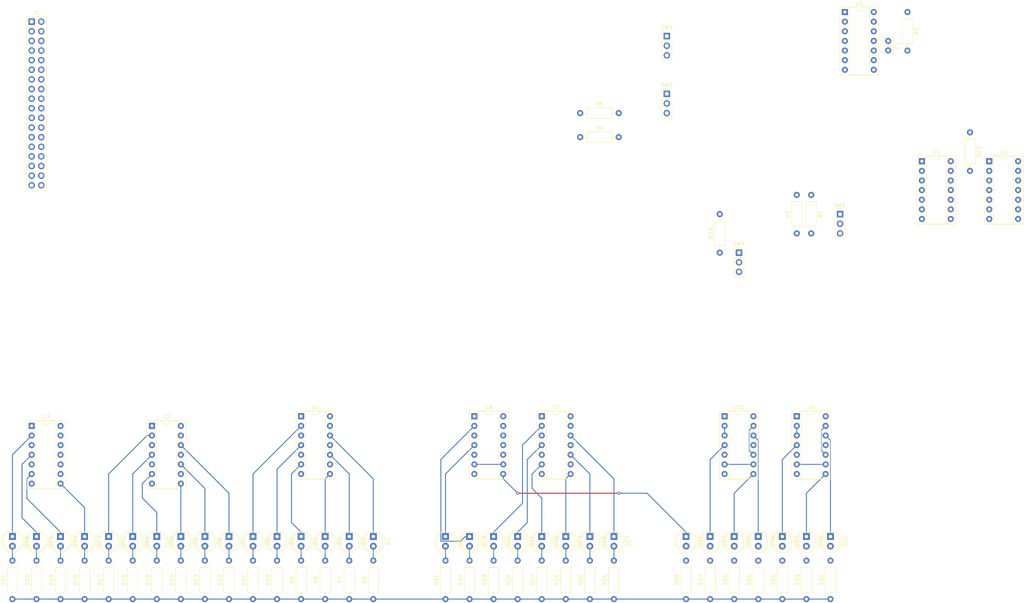
<source format=kicad_pcb>
(kicad_pcb (version 20171130) (host pcbnew "(5.1.0)-1")
  (layers (0 F.Cu signal) (31 B.Cu signal) (34 B.Paste user) (35 F.Paste user) (36 B.SilkS user) (37 F.SilkS user) (38 B.Mask user) (39 F.Mask user) (44 Edge.Cuts user))
  (net 0 "")
  (net 1 "Net-(C1-Pad2)")
  (net 2 "Net-(C1-Pad1)")
  (net 3 "Net-(D1-Pad2)")
  (net 4 "Net-(D1-Pad1)")
  (net 5 "Net-(D2-Pad2)")
  (net 6 "Net-(D2-Pad1)")
  (net 7 "Net-(D3-Pad2)")
  (net 8 "Net-(D3-Pad1)")
  (net 9 "Net-(D4-Pad2)")
  (net 10 "Net-(D4-Pad1)")
  (net 11 "Net-(D5-Pad2)")
  (net 12 "Net-(D5-Pad1)")
  (net 13 "Net-(D6-Pad2)")
  (net 14 "Net-(D6-Pad1)")
  (net 15 "Net-(D7-Pad2)")
  (net 16 "Net-(D7-Pad1)")
  (net 17 "Net-(D8-Pad2)")
  (net 18 "Net-(D8-Pad1)")
  (net 19 "Net-(D9-Pad2)")
  (net 20 "Net-(D9-Pad1)")
  (net 21 "Net-(D10-Pad2)")
  (net 22 "Net-(D10-Pad1)")
  (net 23 "Net-(D11-Pad2)")
  (net 24 "Net-(D11-Pad1)")
  (net 25 "Net-(D12-Pad2)")
  (net 26 "Net-(D12-Pad1)")
  (net 27 "Net-(D13-Pad2)")
  (net 28 "Net-(D13-Pad1)")
  (net 29 "Net-(D14-Pad2)")
  (net 30 "Net-(D14-Pad1)")
  (net 31 "Net-(D15-Pad2)")
  (net 32 "Net-(D15-Pad1)")
  (net 33 "Net-(D16-Pad2)")
  (net 34 "Net-(D16-Pad1)")
  (net 35 "Net-(D17-Pad2)")
  (net 36 "Net-(D17-Pad1)")
  (net 37 "Net-(D18-Pad2)")
  (net 38 "Net-(D18-Pad1)")
  (net 39 "Net-(D19-Pad2)")
  (net 40 "Net-(D19-Pad1)")
  (net 41 "Net-(D20-Pad2)")
  (net 42 "Net-(D20-Pad1)")
  (net 43 "Net-(D21-Pad2)")
  (net 44 "Net-(D21-Pad1)")
  (net 45 "Net-(D22-Pad2)")
  (net 46 "Net-(D22-Pad1)")
  (net 47 "Net-(D23-Pad2)")
  (net 48 "Net-(D23-Pad1)")
  (net 49 "Net-(D24-Pad2)")
  (net 50 "Net-(D24-Pad1)")
  (net 51 "Net-(D25-Pad2)")
  (net 52 "Net-(D25-Pad1)")
  (net 53 "Net-(D26-Pad2)")
  (net 54 "Net-(D26-Pad1)")
  (net 55 "Net-(D27-Pad2)")
  (net 56 "Net-(D27-Pad1)")
  (net 57 "Net-(D28-Pad2)")
  (net 58 "Net-(D28-Pad1)")
  (net 59 "Net-(D29-Pad2)")
  (net 60 "Net-(D29-Pad1)")
  (net 61 "Net-(D30-Pad2)")
  (net 62 "Net-(D30-Pad1)")
  (net 63 "Net-(D31-Pad2)")
  (net 64 "Net-(D31-Pad1)")
  (net 65 GND)
  (net 66 +5V)
  (net 67 /HALT)
  (net 68 /RESET)
  (net 69 /M1)
  (net 70 /Addr_15)
  (net 71 /WR)
  (net 72 /Addr_14)
  (net 73 /RD)
  (net 74 /Addr_13)
  (net 75 /IORQ)
  (net 76 /Addr_12)
  (net 77 /MREQ)
  (net 78 /Addr_11)
  (net 79 /WAIT)
  (net 80 /Addr_10)
  (net 81 /BUSACK)
  (net 82 /Addr_9)
  (net 83 /BUSREQ)
  (net 84 /Addr_8)
  (net 85 /Data_7)
  (net 86 /Addr_7)
  (net 87 /Data_6)
  (net 88 /Addr_6)
  (net 89 /Data_5)
  (net 90 /Addr_5)
  (net 91 /Data_4)
  (net 92 /Addr_4)
  (net 93 /Data_3)
  (net 94 /Addr_3)
  (net 95 /Data_2)
  (net 96 /Addr_2)
  (net 97 /Data_1)
  (net 98 /Addr_1)
  (net 99 /Data_0)
  (net 100 /Addr_0)
  (net 101 "Net-(R1-Pad2)")
  (net 102 "Net-(R2-Pad1)")
  (net 103 "Net-(R22-Pad2)")
  (net 104 "Net-(R23-Pad1)")
  (net 105 "Net-(SW4-Pad3)")
  (net 106 "Net-(U4-Pad2)")
  (net 107 "Net-(U4-Pad3)")
  (net 108 "Net-(U4-Pad9)")
  (net 109 "Net-(U5-Pad6)")
  (net 110 "Net-(U5-Pad5)")
  (net 111 "Net-(U5-Pad9)")
  (net 112 "Net-(U5-Pad1)")
  (net 113 "Net-(U6-Pad5)")
  (net 114 "Net-(U8-Pad6)")
  (net 115 "Net-(U9-Pad10)")
  (net 116 "Net-(U9-Pad6)")
  (net 117 "Net-(U9-Pad2)")
  (net 118 "Net-(U10-Pad10)")
  (net 119 "Net-(U10-Pad6)")
  (net 120 "Net-(U10-Pad2)")
  (module Package_DIP:DIP-14_W7.62mm_Socket (layer F.Cu) (at 205.74 138.43)
    (fp_text reference U10 (at 3.81 -2.33) (layer F.SilkS))
    (fp_text value 74LS04)
    (pad 14 thru_hole oval (at 7.62 0) (size 1.6 1.6) (drill 0.8) (layers *.Cu *.Mask))
    (pad 7 thru_hole oval (at 0 15.24) (size 1.6 1.6) (drill 0.8) (layers *.Cu *.Mask))
    (pad 13 thru_hole oval (at 7.62 2.54) (size 1.6 1.6) (drill 0.8) (layers *.Cu *.Mask) (net 118 "Net-(U10-Pad10)"))
    (pad 6 thru_hole oval (at 0 12.7) (size 1.6 1.6) (drill 0.8) (layers *.Cu *.Mask) (net 119 "Net-(U10-Pad6)"))
    (pad 12 thru_hole oval (at 7.62 5.08) (size 1.6 1.6) (drill 0.8) (layers *.Cu *.Mask) (net 58 "Net-(D28-Pad1)"))
    (pad 5 thru_hole oval (at 0 10.16) (size 1.6 1.6) (drill 0.8) (layers *.Cu *.Mask) (net 75 /IORQ))
    (pad 11 thru_hole oval (at 7.62 7.62) (size 1.6 1.6) (drill 0.8) (layers *.Cu *.Mask) (net 77 /MREQ))
    (pad 4 thru_hole oval (at 0 7.62) (size 1.6 1.6) (drill 0.8) (layers *.Cu *.Mask) (net 62 "Net-(D30-Pad1)"))
    (pad 10 thru_hole oval (at 7.62 10.16) (size 1.6 1.6) (drill 0.8) (layers *.Cu *.Mask) (net 118 "Net-(U10-Pad10)"))
    (pad 3 thru_hole oval (at 0 5.08) (size 1.6 1.6) (drill 0.8) (layers *.Cu *.Mask) (net 120 "Net-(U10-Pad2)"))
    (pad 9 thru_hole oval (at 7.62 12.7) (size 1.6 1.6) (drill 0.8) (layers *.Cu *.Mask) (net 119 "Net-(U10-Pad6)"))
    (pad 2 thru_hole oval (at 0 2.54) (size 1.6 1.6) (drill 0.8) (layers *.Cu *.Mask) (net 120 "Net-(U10-Pad2)"))
    (pad 8 thru_hole oval (at 7.62 15.24) (size 1.6 1.6) (drill 0.8) (layers *.Cu *.Mask) (net 60 "Net-(D29-Pad1)"))
    (pad 1 thru_hole rect (at 0 0) (size 1.6 1.6) (drill 0.8) (layers *.Cu *.Mask) (net 73 /RD))
  )
  (module Package_DIP:DIP-14_W7.62mm_Socket (layer F.Cu) (at 224.79 138.43)
    (fp_text reference U9 (at 3.81 -2.33) (layer F.SilkS))
    (fp_text value 74LS04)
    (pad 14 thru_hole oval (at 7.62 0) (size 1.6 1.6) (drill 0.8) (layers *.Cu *.Mask))
    (pad 7 thru_hole oval (at 0 15.24) (size 1.6 1.6) (drill 0.8) (layers *.Cu *.Mask))
    (pad 13 thru_hole oval (at 7.62 2.54) (size 1.6 1.6) (drill 0.8) (layers *.Cu *.Mask) (net 115 "Net-(U9-Pad10)"))
    (pad 6 thru_hole oval (at 0 12.7) (size 1.6 1.6) (drill 0.8) (layers *.Cu *.Mask) (net 116 "Net-(U9-Pad6)"))
    (pad 12 thru_hole oval (at 7.62 5.08) (size 1.6 1.6) (drill 0.8) (layers *.Cu *.Mask) (net 52 "Net-(D25-Pad1)"))
    (pad 5 thru_hole oval (at 0 10.16) (size 1.6 1.6) (drill 0.8) (layers *.Cu *.Mask) (net 81 /BUSACK))
    (pad 11 thru_hole oval (at 7.62 7.62) (size 1.6 1.6) (drill 0.8) (layers *.Cu *.Mask) (net 83 /BUSREQ))
    (pad 4 thru_hole oval (at 0 7.62) (size 1.6 1.6) (drill 0.8) (layers *.Cu *.Mask) (net 56 "Net-(D27-Pad1)"))
    (pad 10 thru_hole oval (at 7.62 10.16) (size 1.6 1.6) (drill 0.8) (layers *.Cu *.Mask) (net 115 "Net-(U9-Pad10)"))
    (pad 3 thru_hole oval (at 0 5.08) (size 1.6 1.6) (drill 0.8) (layers *.Cu *.Mask) (net 117 "Net-(U9-Pad2)"))
    (pad 9 thru_hole oval (at 7.62 12.7) (size 1.6 1.6) (drill 0.8) (layers *.Cu *.Mask) (net 116 "Net-(U9-Pad6)"))
    (pad 2 thru_hole oval (at 0 2.54) (size 1.6 1.6) (drill 0.8) (layers *.Cu *.Mask) (net 117 "Net-(U9-Pad2)"))
    (pad 8 thru_hole oval (at 7.62 15.24) (size 1.6 1.6) (drill 0.8) (layers *.Cu *.Mask) (net 54 "Net-(D26-Pad1)"))
    (pad 1 thru_hole rect (at 0 0) (size 1.6 1.6) (drill 0.8) (layers *.Cu *.Mask) (net 79 /WAIT))
  )
  (module Package_DIP:DIP-14_W7.62mm_Socket (layer F.Cu) (at 139.7 138.43)
    (fp_text reference U8 (at 3.81 -2.33) (layer F.SilkS))
    (fp_text value 74LS04)
    (pad 14 thru_hole oval (at 7.62 0) (size 1.6 1.6) (drill 0.8) (layers *.Cu *.Mask))
    (pad 7 thru_hole oval (at 0 15.24) (size 1.6 1.6) (drill 0.8) (layers *.Cu *.Mask))
    (pad 13 thru_hole oval (at 7.62 2.54) (size 1.6 1.6) (drill 0.8) (layers *.Cu *.Mask))
    (pad 6 thru_hole oval (at 0 12.7) (size 1.6 1.6) (drill 0.8) (layers *.Cu *.Mask) (net 114 "Net-(U8-Pad6)"))
    (pad 12 thru_hole oval (at 7.62 5.08) (size 1.6 1.6) (drill 0.8) (layers *.Cu *.Mask))
    (pad 5 thru_hole oval (at 0 10.16) (size 1.6 1.6) (drill 0.8) (layers *.Cu *.Mask) (net 71 /WR))
    (pad 11 thru_hole oval (at 7.62 7.62) (size 1.6 1.6) (drill 0.8) (layers *.Cu *.Mask))
    (pad 4 thru_hole oval (at 0 7.62) (size 1.6 1.6) (drill 0.8) (layers *.Cu *.Mask) (net 50 "Net-(D24-Pad1)"))
    (pad 10 thru_hole oval (at 7.62 10.16) (size 1.6 1.6) (drill 0.8) (layers *.Cu *.Mask))
    (pad 3 thru_hole oval (at 0 5.08) (size 1.6 1.6) (drill 0.8) (layers *.Cu *.Mask) (net 85 /Data_7))
    (pad 9 thru_hole oval (at 7.62 12.7) (size 1.6 1.6) (drill 0.8) (layers *.Cu *.Mask) (net 114 "Net-(U8-Pad6)"))
    (pad 2 thru_hole oval (at 0 2.54) (size 1.6 1.6) (drill 0.8) (layers *.Cu *.Mask) (net 48 "Net-(D23-Pad1)"))
    (pad 8 thru_hole oval (at 7.62 15.24) (size 1.6 1.6) (drill 0.8) (layers *.Cu *.Mask) (net 64 "Net-(D31-Pad1)"))
    (pad 1 thru_hole rect (at 0 0) (size 1.6 1.6) (drill 0.8) (layers *.Cu *.Mask) (net 87 /Data_6))
  )
  (module Package_DIP:DIP-14_W7.62mm_Socket (layer F.Cu) (at 157.48 138.43)
    (fp_text reference U7 (at 3.81 -2.33) (layer F.SilkS))
    (fp_text value 74LS04)
    (pad 14 thru_hole oval (at 7.62 0) (size 1.6 1.6) (drill 0.8) (layers *.Cu *.Mask))
    (pad 7 thru_hole oval (at 0 15.24) (size 1.6 1.6) (drill 0.8) (layers *.Cu *.Mask))
    (pad 13 thru_hole oval (at 7.62 2.54) (size 1.6 1.6) (drill 0.8) (layers *.Cu *.Mask) (net 99 /Data_0))
    (pad 6 thru_hole oval (at 0 12.7) (size 1.6 1.6) (drill 0.8) (layers *.Cu *.Mask) (net 42 "Net-(D20-Pad1)"))
    (pad 12 thru_hole oval (at 7.62 5.08) (size 1.6 1.6) (drill 0.8) (layers *.Cu *.Mask) (net 36 "Net-(D17-Pad1)"))
    (pad 5 thru_hole oval (at 0 10.16) (size 1.6 1.6) (drill 0.8) (layers *.Cu *.Mask) (net 93 /Data_3))
    (pad 11 thru_hole oval (at 7.62 7.62) (size 1.6 1.6) (drill 0.8) (layers *.Cu *.Mask) (net 97 /Data_1))
    (pad 4 thru_hole oval (at 0 7.62) (size 1.6 1.6) (drill 0.8) (layers *.Cu *.Mask) (net 44 "Net-(D21-Pad1)"))
    (pad 10 thru_hole oval (at 7.62 10.16) (size 1.6 1.6) (drill 0.8) (layers *.Cu *.Mask) (net 38 "Net-(D18-Pad1)"))
    (pad 3 thru_hole oval (at 0 5.08) (size 1.6 1.6) (drill 0.8) (layers *.Cu *.Mask) (net 91 /Data_4))
    (pad 9 thru_hole oval (at 7.62 12.7) (size 1.6 1.6) (drill 0.8) (layers *.Cu *.Mask) (net 95 /Data_2))
    (pad 2 thru_hole oval (at 0 2.54) (size 1.6 1.6) (drill 0.8) (layers *.Cu *.Mask) (net 46 "Net-(D22-Pad1)"))
    (pad 8 thru_hole oval (at 7.62 15.24) (size 1.6 1.6) (drill 0.8) (layers *.Cu *.Mask) (net 40 "Net-(D19-Pad1)"))
    (pad 1 thru_hole rect (at 0 0) (size 1.6 1.6) (drill 0.8) (layers *.Cu *.Mask) (net 89 /Data_5))
  )
  (module Package_DIP:DIP-14_W7.62mm_Socket (layer F.Cu) (at 275.59 71.12)
    (fp_text reference U6 (at 3.81 -2.33) (layer F.SilkS))
    (fp_text value 74LS74)
    (pad 14 thru_hole oval (at 7.62 0) (size 1.6 1.6) (drill 0.8) (layers *.Cu *.Mask))
    (pad 7 thru_hole oval (at 0 15.24) (size 1.6 1.6) (drill 0.8) (layers *.Cu *.Mask))
    (pad 13 thru_hole oval (at 7.62 2.54) (size 1.6 1.6) (drill 0.8) (layers *.Cu *.Mask))
    (pad 6 thru_hole oval (at 0 12.7) (size 1.6 1.6) (drill 0.8) (layers *.Cu *.Mask) (net 108 "Net-(U4-Pad9)"))
    (pad 12 thru_hole oval (at 7.62 5.08) (size 1.6 1.6) (drill 0.8) (layers *.Cu *.Mask))
    (pad 5 thru_hole oval (at 0 10.16) (size 1.6 1.6) (drill 0.8) (layers *.Cu *.Mask) (net 113 "Net-(U6-Pad5)"))
    (pad 11 thru_hole oval (at 7.62 7.62) (size 1.6 1.6) (drill 0.8) (layers *.Cu *.Mask))
    (pad 4 thru_hole oval (at 0 7.62) (size 1.6 1.6) (drill 0.8) (layers *.Cu *.Mask) (net 66 +5V))
    (pad 10 thru_hole oval (at 7.62 10.16) (size 1.6 1.6) (drill 0.8) (layers *.Cu *.Mask))
    (pad 3 thru_hole oval (at 0 5.08) (size 1.6 1.6) (drill 0.8) (layers *.Cu *.Mask) (net 106 "Net-(U4-Pad2)"))
    (pad 9 thru_hole oval (at 7.62 12.7) (size 1.6 1.6) (drill 0.8) (layers *.Cu *.Mask))
    (pad 2 thru_hole oval (at 0 2.54) (size 1.6 1.6) (drill 0.8) (layers *.Cu *.Mask) (net 103 "Net-(R22-Pad2)"))
    (pad 8 thru_hole oval (at 7.62 15.24) (size 1.6 1.6) (drill 0.8) (layers *.Cu *.Mask))
    (pad 1 thru_hole rect (at 0 0) (size 1.6 1.6) (drill 0.8) (layers *.Cu *.Mask) (net 112 "Net-(U5-Pad1)"))
  )
  (module Package_DIP:DIP-14_W7.62mm_Socket (layer F.Cu) (at 237.49 31.75)
    (fp_text reference U5 (at 3.81 -2.33) (layer F.SilkS))
    (fp_text value 74LS121)
    (pad 14 thru_hole oval (at 7.62 0) (size 1.6 1.6) (drill 0.8) (layers *.Cu *.Mask) (net 66 +5V))
    (pad 7 thru_hole oval (at 0 15.24) (size 1.6 1.6) (drill 0.8) (layers *.Cu *.Mask) (net 65 GND))
    (pad 13 thru_hole oval (at 7.62 2.54) (size 1.6 1.6) (drill 0.8) (layers *.Cu *.Mask))
    (pad 6 thru_hole oval (at 0 12.7) (size 1.6 1.6) (drill 0.8) (layers *.Cu *.Mask) (net 109 "Net-(U5-Pad6)"))
    (pad 12 thru_hole oval (at 7.62 5.08) (size 1.6 1.6) (drill 0.8) (layers *.Cu *.Mask))
    (pad 5 thru_hole oval (at 0 10.16) (size 1.6 1.6) (drill 0.8) (layers *.Cu *.Mask) (net 110 "Net-(U5-Pad5)"))
    (pad 11 thru_hole oval (at 7.62 7.62) (size 1.6 1.6) (drill 0.8) (layers *.Cu *.Mask) (net 2 "Net-(C1-Pad1)"))
    (pad 4 thru_hole oval (at 0 7.62) (size 1.6 1.6) (drill 0.8) (layers *.Cu *.Mask) (net 69 /M1))
    (pad 10 thru_hole oval (at 7.62 10.16) (size 1.6 1.6) (drill 0.8) (layers *.Cu *.Mask) (net 1 "Net-(C1-Pad2)"))
    (pad 3 thru_hole oval (at 0 5.08) (size 1.6 1.6) (drill 0.8) (layers *.Cu *.Mask) (net 69 /M1))
    (pad 9 thru_hole oval (at 7.62 12.7) (size 1.6 1.6) (drill 0.8) (layers *.Cu *.Mask) (net 111 "Net-(U5-Pad9)"))
    (pad 2 thru_hole oval (at 0 2.54) (size 1.6 1.6) (drill 0.8) (layers *.Cu *.Mask))
    (pad 8 thru_hole oval (at 7.62 15.24) (size 1.6 1.6) (drill 0.8) (layers *.Cu *.Mask))
    (pad 1 thru_hole rect (at 0 0) (size 1.6 1.6) (drill 0.8) (layers *.Cu *.Mask) (net 112 "Net-(U5-Pad1)"))
  )
  (module Package_DIP:DIP-14_W7.62mm_Socket (layer F.Cu) (at 257.81 71.12)
    (fp_text reference U4 (at 3.81 -2.33) (layer F.SilkS))
    (fp_text value 7400)
    (pad 14 thru_hole oval (at 7.62 0) (size 1.6 1.6) (drill 0.8) (layers *.Cu *.Mask))
    (pad 7 thru_hole oval (at 0 15.24) (size 1.6 1.6) (drill 0.8) (layers *.Cu *.Mask))
    (pad 13 thru_hole oval (at 7.62 2.54) (size 1.6 1.6) (drill 0.8) (layers *.Cu *.Mask))
    (pad 6 thru_hole oval (at 0 12.7) (size 1.6 1.6) (drill 0.8) (layers *.Cu *.Mask) (net 106 "Net-(U4-Pad2)"))
    (pad 12 thru_hole oval (at 7.62 5.08) (size 1.6 1.6) (drill 0.8) (layers *.Cu *.Mask))
    (pad 5 thru_hole oval (at 0 10.16) (size 1.6 1.6) (drill 0.8) (layers *.Cu *.Mask) (net 66 +5V))
    (pad 11 thru_hole oval (at 7.62 7.62) (size 1.6 1.6) (drill 0.8) (layers *.Cu *.Mask))
    (pad 4 thru_hole oval (at 0 7.62) (size 1.6 1.6) (drill 0.8) (layers *.Cu *.Mask) (net 107 "Net-(U4-Pad3)"))
    (pad 10 thru_hole oval (at 7.62 10.16) (size 1.6 1.6) (drill 0.8) (layers *.Cu *.Mask) (net 104 "Net-(R23-Pad1)"))
    (pad 3 thru_hole oval (at 0 5.08) (size 1.6 1.6) (drill 0.8) (layers *.Cu *.Mask) (net 107 "Net-(U4-Pad3)"))
    (pad 9 thru_hole oval (at 7.62 12.7) (size 1.6 1.6) (drill 0.8) (layers *.Cu *.Mask) (net 108 "Net-(U4-Pad9)"))
    (pad 2 thru_hole oval (at 0 2.54) (size 1.6 1.6) (drill 0.8) (layers *.Cu *.Mask) (net 106 "Net-(U4-Pad2)"))
    (pad 8 thru_hole oval (at 7.62 15.24) (size 1.6 1.6) (drill 0.8) (layers *.Cu *.Mask) (net 79 /WAIT))
    (pad 1 thru_hole rect (at 0 0) (size 1.6 1.6) (drill 0.8) (layers *.Cu *.Mask) (net 66 +5V))
  )
  (module Package_DIP:DIP-14_W7.62mm_Socket (layer F.Cu) (at 22.86 140.97)
    (fp_text reference U3 (at 3.81 -2.33) (layer F.SilkS))
    (fp_text value 74LS04)
    (pad 14 thru_hole oval (at 7.62 0) (size 1.6 1.6) (drill 0.8) (layers *.Cu *.Mask))
    (pad 7 thru_hole oval (at 0 15.24) (size 1.6 1.6) (drill 0.8) (layers *.Cu *.Mask))
    (pad 13 thru_hole oval (at 7.62 2.54) (size 1.6 1.6) (drill 0.8) (layers *.Cu *.Mask))
    (pad 6 thru_hole oval (at 0 12.7) (size 1.6 1.6) (drill 0.8) (layers *.Cu *.Mask) (net 30 "Net-(D14-Pad1)"))
    (pad 12 thru_hole oval (at 7.62 5.08) (size 1.6 1.6) (drill 0.8) (layers *.Cu *.Mask))
    (pad 5 thru_hole oval (at 0 10.16) (size 1.6 1.6) (drill 0.8) (layers *.Cu *.Mask) (net 74 /Addr_13))
    (pad 11 thru_hole oval (at 7.62 7.62) (size 1.6 1.6) (drill 0.8) (layers *.Cu *.Mask))
    (pad 4 thru_hole oval (at 0 7.62) (size 1.6 1.6) (drill 0.8) (layers *.Cu *.Mask) (net 32 "Net-(D15-Pad1)"))
    (pad 10 thru_hole oval (at 7.62 10.16) (size 1.6 1.6) (drill 0.8) (layers *.Cu *.Mask))
    (pad 3 thru_hole oval (at 0 5.08) (size 1.6 1.6) (drill 0.8) (layers *.Cu *.Mask) (net 72 /Addr_14))
    (pad 9 thru_hole oval (at 7.62 12.7) (size 1.6 1.6) (drill 0.8) (layers *.Cu *.Mask) (net 76 /Addr_12))
    (pad 2 thru_hole oval (at 0 2.54) (size 1.6 1.6) (drill 0.8) (layers *.Cu *.Mask) (net 34 "Net-(D16-Pad1)"))
    (pad 8 thru_hole oval (at 7.62 15.24) (size 1.6 1.6) (drill 0.8) (layers *.Cu *.Mask) (net 28 "Net-(D13-Pad1)"))
    (pad 1 thru_hole rect (at 0 0) (size 1.6 1.6) (drill 0.8) (layers *.Cu *.Mask) (net 70 /Addr_15))
  )
  (module Package_DIP:DIP-14_W7.62mm_Socket (layer F.Cu) (at 54.61 140.97)
    (fp_text reference U2 (at 3.81 -2.33) (layer F.SilkS))
    (fp_text value 74LS04)
    (pad 14 thru_hole oval (at 7.62 0) (size 1.6 1.6) (drill 0.8) (layers *.Cu *.Mask))
    (pad 7 thru_hole oval (at 0 15.24) (size 1.6 1.6) (drill 0.8) (layers *.Cu *.Mask))
    (pad 13 thru_hole oval (at 7.62 2.54) (size 1.6 1.6) (drill 0.8) (layers *.Cu *.Mask) (net 88 /Addr_6))
    (pad 6 thru_hole oval (at 0 12.7) (size 1.6 1.6) (drill 0.8) (layers *.Cu *.Mask) (net 22 "Net-(D10-Pad1)"))
    (pad 12 thru_hole oval (at 7.62 5.08) (size 1.6 1.6) (drill 0.8) (layers *.Cu *.Mask) (net 16 "Net-(D7-Pad1)"))
    (pad 5 thru_hole oval (at 0 10.16) (size 1.6 1.6) (drill 0.8) (layers *.Cu *.Mask) (net 82 /Addr_9))
    (pad 11 thru_hole oval (at 7.62 7.62) (size 1.6 1.6) (drill 0.8) (layers *.Cu *.Mask) (net 86 /Addr_7))
    (pad 4 thru_hole oval (at 0 7.62) (size 1.6 1.6) (drill 0.8) (layers *.Cu *.Mask) (net 24 "Net-(D11-Pad1)"))
    (pad 10 thru_hole oval (at 7.62 10.16) (size 1.6 1.6) (drill 0.8) (layers *.Cu *.Mask) (net 18 "Net-(D8-Pad1)"))
    (pad 3 thru_hole oval (at 0 5.08) (size 1.6 1.6) (drill 0.8) (layers *.Cu *.Mask) (net 80 /Addr_10))
    (pad 9 thru_hole oval (at 7.62 12.7) (size 1.6 1.6) (drill 0.8) (layers *.Cu *.Mask) (net 84 /Addr_8))
    (pad 2 thru_hole oval (at 0 2.54) (size 1.6 1.6) (drill 0.8) (layers *.Cu *.Mask) (net 26 "Net-(D12-Pad1)"))
    (pad 8 thru_hole oval (at 7.62 15.24) (size 1.6 1.6) (drill 0.8) (layers *.Cu *.Mask) (net 20 "Net-(D9-Pad1)"))
    (pad 1 thru_hole rect (at 0 0) (size 1.6 1.6) (drill 0.8) (layers *.Cu *.Mask) (net 78 /Addr_11))
  )
  (module Package_DIP:DIP-14_W7.62mm_Socket (layer F.Cu) (at 93.98 138.43)
    (fp_text reference U1 (at 3.81 -2.33) (layer F.SilkS))
    (fp_text value 74LS04)
    (pad 14 thru_hole oval (at 7.62 0) (size 1.6 1.6) (drill 0.8) (layers *.Cu *.Mask))
    (pad 7 thru_hole oval (at 0 15.24) (size 1.6 1.6) (drill 0.8) (layers *.Cu *.Mask))
    (pad 13 thru_hole oval (at 7.62 2.54) (size 1.6 1.6) (drill 0.8) (layers *.Cu *.Mask) (net 100 /Addr_0))
    (pad 6 thru_hole oval (at 0 12.7) (size 1.6 1.6) (drill 0.8) (layers *.Cu *.Mask) (net 10 "Net-(D4-Pad1)"))
    (pad 12 thru_hole oval (at 7.62 5.08) (size 1.6 1.6) (drill 0.8) (layers *.Cu *.Mask) (net 4 "Net-(D1-Pad1)"))
    (pad 5 thru_hole oval (at 0 10.16) (size 1.6 1.6) (drill 0.8) (layers *.Cu *.Mask) (net 94 /Addr_3))
    (pad 11 thru_hole oval (at 7.62 7.62) (size 1.6 1.6) (drill 0.8) (layers *.Cu *.Mask) (net 98 /Addr_1))
    (pad 4 thru_hole oval (at 0 7.62) (size 1.6 1.6) (drill 0.8) (layers *.Cu *.Mask) (net 12 "Net-(D5-Pad1)"))
    (pad 10 thru_hole oval (at 7.62 10.16) (size 1.6 1.6) (drill 0.8) (layers *.Cu *.Mask) (net 6 "Net-(D2-Pad1)"))
    (pad 3 thru_hole oval (at 0 5.08) (size 1.6 1.6) (drill 0.8) (layers *.Cu *.Mask) (net 92 /Addr_4))
    (pad 9 thru_hole oval (at 7.62 12.7) (size 1.6 1.6) (drill 0.8) (layers *.Cu *.Mask) (net 96 /Addr_2))
    (pad 2 thru_hole oval (at 0 2.54) (size 1.6 1.6) (drill 0.8) (layers *.Cu *.Mask) (net 14 "Net-(D6-Pad1)"))
    (pad 8 thru_hole oval (at 7.62 15.24) (size 1.6 1.6) (drill 0.8) (layers *.Cu *.Mask) (net 8 "Net-(D3-Pad1)"))
    (pad 1 thru_hole rect (at 0 0) (size 1.6 1.6) (drill 0.8) (layers *.Cu *.Mask) (net 90 /Addr_5))
  )
  (module Connector_PinHeader_2.54mm:PinHeader_1x03_P2.54mm_Vertical (layer F.Cu) (at 209.55 95.25)
    (fp_text reference SW4 (at 0 -2.33) (layer F.SilkS))
    (fp_text value SW_SPDT)
    (pad 3 thru_hole oval (at 0 5.08) (size 1.7 1.7) (drill 1) (layers *.Cu *.Mask) (net 105 "Net-(SW4-Pad3)"))
    (pad 2 thru_hole oval (at 0 2.54) (size 1.7 1.7) (drill 1) (layers *.Cu *.Mask) (net 65 GND))
    (pad 1 thru_hole rect (at 0 0) (size 1.7 1.7) (drill 1) (layers *.Cu *.Mask) (net 104 "Net-(R23-Pad1)"))
  )
  (module Connector_PinHeader_2.54mm:PinHeader_1x03_P2.54mm_Vertical (layer F.Cu) (at 190.5 38.1)
    (fp_text reference SW3 (at 0 -2.33) (layer F.SilkS))
    (fp_text value SW_Push)
    (pad 3 thru_hole oval (at 0 5.08) (size 1.7 1.7) (drill 1) (layers *.Cu *.Mask))
    (pad 2 thru_hole oval (at 0 2.54) (size 1.7 1.7) (drill 1) (layers *.Cu *.Mask) (net 67 /HALT))
    (pad 1 thru_hole rect (at 0 0) (size 1.7 1.7) (drill 1) (layers *.Cu *.Mask) (net 65 GND))
  )
  (module Connector_PinHeader_2.54mm:PinHeader_1x03_P2.54mm_Vertical (layer F.Cu) (at 190.5 53.34)
    (fp_text reference SW2 (at 0 -2.33) (layer F.SilkS))
    (fp_text value SW_Push)
    (pad 3 thru_hole oval (at 0 5.08) (size 1.7 1.7) (drill 1) (layers *.Cu *.Mask))
    (pad 2 thru_hole oval (at 0 2.54) (size 1.7 1.7) (drill 1) (layers *.Cu *.Mask) (net 68 /RESET))
    (pad 1 thru_hole rect (at 0 0) (size 1.7 1.7) (drill 1) (layers *.Cu *.Mask) (net 65 GND))
  )
  (module Connector_PinHeader_2.54mm:PinHeader_1x03_P2.54mm_Vertical (layer F.Cu) (at 236.22 85.09)
    (fp_text reference SW1 (at 0 -2.33) (layer F.SilkS))
    (fp_text value SW_Push_SPDT)
    (pad 3 thru_hole oval (at 0 5.08) (size 1.7 1.7) (drill 1) (layers *.Cu *.Mask) (net 102 "Net-(R2-Pad1)"))
    (pad 2 thru_hole oval (at 0 2.54) (size 1.7 1.7) (drill 1) (layers *.Cu *.Mask) (net 65 GND))
    (pad 1 thru_hole rect (at 0 0) (size 1.7 1.7) (drill 1) (layers *.Cu *.Mask) (net 101 "Net-(R1-Pad2)"))
  )
  (module Resistor_THT:R_Axial_DIN0207_L6.3mm_D2.5mm_P10.16mm_Horizontal (layer F.Cu) (at 195.58 186.69 90)
    (fp_text reference R38 (at 5.08 -2.37 90) (layer F.SilkS))
    (fp_text value 330)
    (pad 2 thru_hole oval (at 10.16 0 90) (size 1.6 1.6) (drill 0.8) (layers *.Cu *.Mask) (net 63 "Net-(D31-Pad2)"))
    (pad 1 thru_hole circle (at 0 0 90) (size 1.6 1.6) (drill 0.8) (layers *.Cu *.Mask) (net 66 +5V))
  )
  (module Resistor_THT:R_Axial_DIN0207_L6.3mm_D2.5mm_P10.16mm_Horizontal (layer F.Cu) (at 201.93 186.69 90)
    (fp_text reference R37 (at 5.08 -2.37 90) (layer F.SilkS))
    (fp_text value 330)
    (pad 2 thru_hole oval (at 10.16 0 90) (size 1.6 1.6) (drill 0.8) (layers *.Cu *.Mask) (net 61 "Net-(D30-Pad2)"))
    (pad 1 thru_hole circle (at 0 0 90) (size 1.6 1.6) (drill 0.8) (layers *.Cu *.Mask) (net 66 +5V))
  )
  (module Resistor_THT:R_Axial_DIN0207_L6.3mm_D2.5mm_P10.16mm_Horizontal (layer F.Cu) (at 208.28 186.69 90)
    (fp_text reference R36 (at 5.08 -2.37 90) (layer F.SilkS))
    (fp_text value 330)
    (pad 2 thru_hole oval (at 10.16 0 90) (size 1.6 1.6) (drill 0.8) (layers *.Cu *.Mask) (net 59 "Net-(D29-Pad2)"))
    (pad 1 thru_hole circle (at 0 0 90) (size 1.6 1.6) (drill 0.8) (layers *.Cu *.Mask) (net 66 +5V))
  )
  (module Resistor_THT:R_Axial_DIN0207_L6.3mm_D2.5mm_P10.16mm_Horizontal (layer F.Cu) (at 214.63 186.69 90)
    (fp_text reference R35 (at 5.08 -2.37 90) (layer F.SilkS))
    (fp_text value 330)
    (pad 2 thru_hole oval (at 10.16 0 90) (size 1.6 1.6) (drill 0.8) (layers *.Cu *.Mask) (net 57 "Net-(D28-Pad2)"))
    (pad 1 thru_hole circle (at 0 0 90) (size 1.6 1.6) (drill 0.8) (layers *.Cu *.Mask) (net 66 +5V))
  )
  (module Resistor_THT:R_Axial_DIN0207_L6.3mm_D2.5mm_P10.16mm_Horizontal (layer F.Cu) (at 220.98 186.69 90)
    (fp_text reference R34 (at 5.08 -2.37 90) (layer F.SilkS))
    (fp_text value 330)
    (pad 2 thru_hole oval (at 10.16 0 90) (size 1.6 1.6) (drill 0.8) (layers *.Cu *.Mask) (net 55 "Net-(D27-Pad2)"))
    (pad 1 thru_hole circle (at 0 0 90) (size 1.6 1.6) (drill 0.8) (layers *.Cu *.Mask) (net 66 +5V))
  )
  (module Resistor_THT:R_Axial_DIN0207_L6.3mm_D2.5mm_P10.16mm_Horizontal (layer F.Cu) (at 227.33 186.69 90)
    (fp_text reference R33 (at 5.08 -2.37 90) (layer F.SilkS))
    (fp_text value 330)
    (pad 2 thru_hole oval (at 10.16 0 90) (size 1.6 1.6) (drill 0.8) (layers *.Cu *.Mask) (net 53 "Net-(D26-Pad2)"))
    (pad 1 thru_hole circle (at 0 0 90) (size 1.6 1.6) (drill 0.8) (layers *.Cu *.Mask) (net 66 +5V))
  )
  (module Resistor_THT:R_Axial_DIN0207_L6.3mm_D2.5mm_P10.16mm_Horizontal (layer F.Cu) (at 233.68 186.69 90)
    (fp_text reference R32 (at 5.08 -2.37 90) (layer F.SilkS))
    (fp_text value 330)
    (pad 2 thru_hole oval (at 10.16 0 90) (size 1.6 1.6) (drill 0.8) (layers *.Cu *.Mask) (net 51 "Net-(D25-Pad2)"))
    (pad 1 thru_hole circle (at 0 0 90) (size 1.6 1.6) (drill 0.8) (layers *.Cu *.Mask) (net 66 +5V))
  )
  (module Resistor_THT:R_Axial_DIN0207_L6.3mm_D2.5mm_P10.16mm_Horizontal (layer F.Cu) (at 132.08 186.69 90)
    (fp_text reference R31 (at 5.08 -2.37 90) (layer F.SilkS))
    (fp_text value 330)
    (pad 2 thru_hole oval (at 10.16 0 90) (size 1.6 1.6) (drill 0.8) (layers *.Cu *.Mask) (net 49 "Net-(D24-Pad2)"))
    (pad 1 thru_hole circle (at 0 0 90) (size 1.6 1.6) (drill 0.8) (layers *.Cu *.Mask) (net 66 +5V))
  )
  (module Resistor_THT:R_Axial_DIN0207_L6.3mm_D2.5mm_P10.16mm_Horizontal (layer F.Cu) (at 138.43 186.69 90)
    (fp_text reference R30 (at 5.08 -2.37 90) (layer F.SilkS))
    (fp_text value 330)
    (pad 2 thru_hole oval (at 10.16 0 90) (size 1.6 1.6) (drill 0.8) (layers *.Cu *.Mask) (net 47 "Net-(D23-Pad2)"))
    (pad 1 thru_hole circle (at 0 0 90) (size 1.6 1.6) (drill 0.8) (layers *.Cu *.Mask) (net 66 +5V))
  )
  (module Resistor_THT:R_Axial_DIN0207_L6.3mm_D2.5mm_P10.16mm_Horizontal (layer F.Cu) (at 144.78 186.69 90)
    (fp_text reference R29 (at 5.08 -2.37 90) (layer F.SilkS))
    (fp_text value 330)
    (pad 2 thru_hole oval (at 10.16 0 90) (size 1.6 1.6) (drill 0.8) (layers *.Cu *.Mask) (net 45 "Net-(D22-Pad2)"))
    (pad 1 thru_hole circle (at 0 0 90) (size 1.6 1.6) (drill 0.8) (layers *.Cu *.Mask) (net 66 +5V))
  )
  (module Resistor_THT:R_Axial_DIN0207_L6.3mm_D2.5mm_P10.16mm_Horizontal (layer F.Cu) (at 151.13 186.69 90)
    (fp_text reference R28 (at 5.08 -2.37 90) (layer F.SilkS))
    (fp_text value 330)
    (pad 2 thru_hole oval (at 10.16 0 90) (size 1.6 1.6) (drill 0.8) (layers *.Cu *.Mask) (net 43 "Net-(D21-Pad2)"))
    (pad 1 thru_hole circle (at 0 0 90) (size 1.6 1.6) (drill 0.8) (layers *.Cu *.Mask) (net 66 +5V))
  )
  (module Resistor_THT:R_Axial_DIN0207_L6.3mm_D2.5mm_P10.16mm_Horizontal (layer F.Cu) (at 157.48 186.69 90)
    (fp_text reference R27 (at 5.08 -2.37 90) (layer F.SilkS))
    (fp_text value 330)
    (pad 2 thru_hole oval (at 10.16 0 90) (size 1.6 1.6) (drill 0.8) (layers *.Cu *.Mask) (net 41 "Net-(D20-Pad2)"))
    (pad 1 thru_hole circle (at 0 0 90) (size 1.6 1.6) (drill 0.8) (layers *.Cu *.Mask) (net 66 +5V))
  )
  (module Resistor_THT:R_Axial_DIN0207_L6.3mm_D2.5mm_P10.16mm_Horizontal (layer F.Cu) (at 163.83 186.69 90)
    (fp_text reference R26 (at 5.08 -2.37 90) (layer F.SilkS))
    (fp_text value 330)
    (pad 2 thru_hole oval (at 10.16 0 90) (size 1.6 1.6) (drill 0.8) (layers *.Cu *.Mask) (net 39 "Net-(D19-Pad2)"))
    (pad 1 thru_hole circle (at 0 0 90) (size 1.6 1.6) (drill 0.8) (layers *.Cu *.Mask) (net 66 +5V))
  )
  (module Resistor_THT:R_Axial_DIN0207_L6.3mm_D2.5mm_P10.16mm_Horizontal (layer F.Cu) (at 170.18 186.69 90)
    (fp_text reference R25 (at 5.08 -2.37 90) (layer F.SilkS))
    (fp_text value 330)
    (pad 2 thru_hole oval (at 10.16 0 90) (size 1.6 1.6) (drill 0.8) (layers *.Cu *.Mask) (net 37 "Net-(D18-Pad2)"))
    (pad 1 thru_hole circle (at 0 0 90) (size 1.6 1.6) (drill 0.8) (layers *.Cu *.Mask) (net 66 +5V))
  )
  (module Resistor_THT:R_Axial_DIN0207_L6.3mm_D2.5mm_P10.16mm_Horizontal (layer F.Cu) (at 176.53 186.69 90)
    (fp_text reference R24 (at 5.08 -2.37 90) (layer F.SilkS))
    (fp_text value 330)
    (pad 2 thru_hole oval (at 10.16 0 90) (size 1.6 1.6) (drill 0.8) (layers *.Cu *.Mask) (net 35 "Net-(D17-Pad2)"))
    (pad 1 thru_hole circle (at 0 0 90) (size 1.6 1.6) (drill 0.8) (layers *.Cu *.Mask) (net 66 +5V))
  )
  (module Resistor_THT:R_Axial_DIN0207_L6.3mm_D2.5mm_P10.16mm_Horizontal (layer F.Cu) (at 204.47 95.25 90)
    (fp_text reference R23 (at 5.08 -2.37 90) (layer F.SilkS))
    (fp_text value 4k7)
    (pad 2 thru_hole oval (at 10.16 0 90) (size 1.6 1.6) (drill 0.8) (layers *.Cu *.Mask) (net 66 +5V))
    (pad 1 thru_hole circle (at 0 0 90) (size 1.6 1.6) (drill 0.8) (layers *.Cu *.Mask) (net 104 "Net-(R23-Pad1)"))
  )
  (module Resistor_THT:R_Axial_DIN0207_L6.3mm_D2.5mm_P10.16mm_Horizontal (layer F.Cu) (at 270.51 63.5 270)
    (fp_text reference R22 (at 5.08 -2.37 270) (layer F.SilkS))
    (fp_text value 4k7)
    (pad 2 thru_hole oval (at 10.16 0 270) (size 1.6 1.6) (drill 0.8) (layers *.Cu *.Mask) (net 103 "Net-(R22-Pad2)"))
    (pad 1 thru_hole circle (at 0 0 270) (size 1.6 1.6) (drill 0.8) (layers *.Cu *.Mask) (net 66 +5V))
  )
  (module Resistor_THT:R_Axial_DIN0207_L6.3mm_D2.5mm_P10.16mm_Horizontal (layer F.Cu) (at 17.78 186.69 90)
    (fp_text reference R21 (at 5.08 -2.37 90) (layer F.SilkS))
    (fp_text value 330)
    (pad 2 thru_hole oval (at 10.16 0 90) (size 1.6 1.6) (drill 0.8) (layers *.Cu *.Mask) (net 33 "Net-(D16-Pad2)"))
    (pad 1 thru_hole circle (at 0 0 90) (size 1.6 1.6) (drill 0.8) (layers *.Cu *.Mask) (net 66 +5V))
  )
  (module Resistor_THT:R_Axial_DIN0207_L6.3mm_D2.5mm_P10.16mm_Horizontal (layer F.Cu) (at 24.13 186.69 90)
    (fp_text reference R20 (at 5.08 -2.37 90) (layer F.SilkS))
    (fp_text value 330)
    (pad 2 thru_hole oval (at 10.16 0 90) (size 1.6 1.6) (drill 0.8) (layers *.Cu *.Mask) (net 31 "Net-(D15-Pad2)"))
    (pad 1 thru_hole circle (at 0 0 90) (size 1.6 1.6) (drill 0.8) (layers *.Cu *.Mask) (net 66 +5V))
  )
  (module Resistor_THT:R_Axial_DIN0207_L6.3mm_D2.5mm_P10.16mm_Horizontal (layer F.Cu) (at 30.48 186.69 90)
    (fp_text reference R19 (at 5.08 -2.37 90) (layer F.SilkS))
    (fp_text value 330)
    (pad 2 thru_hole oval (at 10.16 0 90) (size 1.6 1.6) (drill 0.8) (layers *.Cu *.Mask) (net 29 "Net-(D14-Pad2)"))
    (pad 1 thru_hole circle (at 0 0 90) (size 1.6 1.6) (drill 0.8) (layers *.Cu *.Mask) (net 66 +5V))
  )
  (module Resistor_THT:R_Axial_DIN0207_L6.3mm_D2.5mm_P10.16mm_Horizontal (layer F.Cu) (at 36.83 186.69 90)
    (fp_text reference R18 (at 5.08 -2.37 90) (layer F.SilkS))
    (fp_text value 330)
    (pad 2 thru_hole oval (at 10.16 0 90) (size 1.6 1.6) (drill 0.8) (layers *.Cu *.Mask) (net 27 "Net-(D13-Pad2)"))
    (pad 1 thru_hole circle (at 0 0 90) (size 1.6 1.6) (drill 0.8) (layers *.Cu *.Mask) (net 66 +5V))
  )
  (module Resistor_THT:R_Axial_DIN0207_L6.3mm_D2.5mm_P10.16mm_Horizontal (layer F.Cu) (at 43.18 186.69 90)
    (fp_text reference R17 (at 5.08 -2.37 90) (layer F.SilkS))
    (fp_text value 330)
    (pad 2 thru_hole oval (at 10.16 0 90) (size 1.6 1.6) (drill 0.8) (layers *.Cu *.Mask) (net 25 "Net-(D12-Pad2)"))
    (pad 1 thru_hole circle (at 0 0 90) (size 1.6 1.6) (drill 0.8) (layers *.Cu *.Mask) (net 66 +5V))
  )
  (module Resistor_THT:R_Axial_DIN0207_L6.3mm_D2.5mm_P10.16mm_Horizontal (layer F.Cu) (at 49.53 186.69 90)
    (fp_text reference R16 (at 5.08 -2.37 90) (layer F.SilkS))
    (fp_text value 330)
    (pad 2 thru_hole oval (at 10.16 0 90) (size 1.6 1.6) (drill 0.8) (layers *.Cu *.Mask) (net 23 "Net-(D11-Pad2)"))
    (pad 1 thru_hole circle (at 0 0 90) (size 1.6 1.6) (drill 0.8) (layers *.Cu *.Mask) (net 66 +5V))
  )
  (module Resistor_THT:R_Axial_DIN0207_L6.3mm_D2.5mm_P10.16mm_Horizontal (layer F.Cu) (at 55.88 186.69 90)
    (fp_text reference R15 (at 5.08 -2.37 90) (layer F.SilkS))
    (fp_text value 330)
    (pad 2 thru_hole oval (at 10.16 0 90) (size 1.6 1.6) (drill 0.8) (layers *.Cu *.Mask) (net 21 "Net-(D10-Pad2)"))
    (pad 1 thru_hole circle (at 0 0 90) (size 1.6 1.6) (drill 0.8) (layers *.Cu *.Mask) (net 66 +5V))
  )
  (module Resistor_THT:R_Axial_DIN0207_L6.3mm_D2.5mm_P10.16mm_Horizontal (layer F.Cu) (at 62.23 186.69 90)
    (fp_text reference R14 (at 5.08 -2.37 90) (layer F.SilkS))
    (fp_text value 330)
    (pad 2 thru_hole oval (at 10.16 0 90) (size 1.6 1.6) (drill 0.8) (layers *.Cu *.Mask) (net 19 "Net-(D9-Pad2)"))
    (pad 1 thru_hole circle (at 0 0 90) (size 1.6 1.6) (drill 0.8) (layers *.Cu *.Mask) (net 66 +5V))
  )
  (module Resistor_THT:R_Axial_DIN0207_L6.3mm_D2.5mm_P10.16mm_Horizontal (layer F.Cu) (at 68.58 186.69 90)
    (fp_text reference R13 (at 5.08 -2.37 90) (layer F.SilkS))
    (fp_text value 330)
    (pad 2 thru_hole oval (at 10.16 0 90) (size 1.6 1.6) (drill 0.8) (layers *.Cu *.Mask) (net 17 "Net-(D8-Pad2)"))
    (pad 1 thru_hole circle (at 0 0 90) (size 1.6 1.6) (drill 0.8) (layers *.Cu *.Mask) (net 66 +5V))
  )
  (module Resistor_THT:R_Axial_DIN0207_L6.3mm_D2.5mm_P10.16mm_Horizontal (layer F.Cu) (at 74.93 186.69 90)
    (fp_text reference R12 (at 5.08 -2.37 90) (layer F.SilkS))
    (fp_text value 330)
    (pad 2 thru_hole oval (at 10.16 0 90) (size 1.6 1.6) (drill 0.8) (layers *.Cu *.Mask) (net 15 "Net-(D7-Pad2)"))
    (pad 1 thru_hole circle (at 0 0 90) (size 1.6 1.6) (drill 0.8) (layers *.Cu *.Mask) (net 66 +5V))
  )
  (module Resistor_THT:R_Axial_DIN0207_L6.3mm_D2.5mm_P10.16mm_Horizontal (layer F.Cu) (at 81.28 186.69 90)
    (fp_text reference R11 (at 5.08 -2.37 90) (layer F.SilkS))
    (fp_text value 330)
    (pad 2 thru_hole oval (at 10.16 0 90) (size 1.6 1.6) (drill 0.8) (layers *.Cu *.Mask) (net 13 "Net-(D6-Pad2)"))
    (pad 1 thru_hole circle (at 0 0 90) (size 1.6 1.6) (drill 0.8) (layers *.Cu *.Mask) (net 66 +5V))
  )
  (module Resistor_THT:R_Axial_DIN0207_L6.3mm_D2.5mm_P10.16mm_Horizontal (layer F.Cu) (at 87.63 186.69 90)
    (fp_text reference R10 (at 5.08 -2.37 90) (layer F.SilkS))
    (fp_text value 330)
    (pad 2 thru_hole oval (at 10.16 0 90) (size 1.6 1.6) (drill 0.8) (layers *.Cu *.Mask) (net 11 "Net-(D5-Pad2)"))
    (pad 1 thru_hole circle (at 0 0 90) (size 1.6 1.6) (drill 0.8) (layers *.Cu *.Mask) (net 66 +5V))
  )
  (module Resistor_THT:R_Axial_DIN0207_L6.3mm_D2.5mm_P10.16mm_Horizontal (layer F.Cu) (at 93.98 186.69 90)
    (fp_text reference R9 (at 5.08 -2.37 90) (layer F.SilkS))
    (fp_text value 330)
    (pad 2 thru_hole oval (at 10.16 0 90) (size 1.6 1.6) (drill 0.8) (layers *.Cu *.Mask) (net 9 "Net-(D4-Pad2)"))
    (pad 1 thru_hole circle (at 0 0 90) (size 1.6 1.6) (drill 0.8) (layers *.Cu *.Mask) (net 66 +5V))
  )
  (module Resistor_THT:R_Axial_DIN0207_L6.3mm_D2.5mm_P10.16mm_Horizontal (layer F.Cu) (at 100.33 186.69 90)
    (fp_text reference R8 (at 5.08 -2.37 90) (layer F.SilkS))
    (fp_text value 330)
    (pad 2 thru_hole oval (at 10.16 0 90) (size 1.6 1.6) (drill 0.8) (layers *.Cu *.Mask) (net 7 "Net-(D3-Pad2)"))
    (pad 1 thru_hole circle (at 0 0 90) (size 1.6 1.6) (drill 0.8) (layers *.Cu *.Mask) (net 66 +5V))
  )
  (module Resistor_THT:R_Axial_DIN0207_L6.3mm_D2.5mm_P10.16mm_Horizontal (layer F.Cu) (at 106.68 186.69 90)
    (fp_text reference R7 (at 5.08 -2.37 90) (layer F.SilkS))
    (fp_text value 330)
    (pad 2 thru_hole oval (at 10.16 0 90) (size 1.6 1.6) (drill 0.8) (layers *.Cu *.Mask) (net 5 "Net-(D2-Pad2)"))
    (pad 1 thru_hole circle (at 0 0 90) (size 1.6 1.6) (drill 0.8) (layers *.Cu *.Mask) (net 66 +5V))
  )
  (module Resistor_THT:R_Axial_DIN0207_L6.3mm_D2.5mm_P10.16mm_Horizontal (layer F.Cu) (at 113.03 186.69 90)
    (fp_text reference R6 (at 5.08 -2.37 90) (layer F.SilkS))
    (fp_text value 330)
    (pad 2 thru_hole oval (at 10.16 0 90) (size 1.6 1.6) (drill 0.8) (layers *.Cu *.Mask) (net 3 "Net-(D1-Pad2)"))
    (pad 1 thru_hole circle (at 0 0 90) (size 1.6 1.6) (drill 0.8) (layers *.Cu *.Mask) (net 66 +5V))
  )
  (module Resistor_THT:R_Axial_DIN0207_L6.3mm_D2.5mm_P10.16mm_Horizontal (layer F.Cu) (at 167.64 58.42)
    (fp_text reference R5 (at 5.08 -2.37) (layer F.SilkS))
    (fp_text value 10k)
    (pad 2 thru_hole oval (at 10.16 0) (size 1.6 1.6) (drill 0.8) (layers *.Cu *.Mask) (net 67 /HALT))
    (pad 1 thru_hole circle (at 0 0) (size 1.6 1.6) (drill 0.8) (layers *.Cu *.Mask) (net 66 +5V))
  )
  (module Resistor_THT:R_Axial_DIN0207_L6.3mm_D2.5mm_P10.16mm_Horizontal (layer F.Cu) (at 167.64 64.77)
    (fp_text reference R4 (at 5.08 -2.37) (layer F.SilkS))
    (fp_text value 10k)
    (pad 2 thru_hole oval (at 10.16 0) (size 1.6 1.6) (drill 0.8) (layers *.Cu *.Mask) (net 66 +5V))
    (pad 1 thru_hole circle (at 0 0) (size 1.6 1.6) (drill 0.8) (layers *.Cu *.Mask) (net 68 /RESET))
  )
  (module Resistor_THT:R_Axial_DIN0207_L6.3mm_D2.5mm_P10.16mm_Horizontal (layer F.Cu) (at 254 31.75 270)
    (fp_text reference R3 (at 5.08 -2.37 270) (layer F.SilkS))
    (fp_text value 1k)
    (pad 2 thru_hole oval (at 10.16 0 270) (size 1.6 1.6) (drill 0.8) (layers *.Cu *.Mask) (net 2 "Net-(C1-Pad1)"))
    (pad 1 thru_hole circle (at 0 0 270) (size 1.6 1.6) (drill 0.8) (layers *.Cu *.Mask) (net 66 +5V))
  )
  (module Resistor_THT:R_Axial_DIN0207_L6.3mm_D2.5mm_P10.16mm_Horizontal (layer F.Cu) (at 224.79 90.17 90)
    (fp_text reference R2 (at 5.08 -2.37 90) (layer F.SilkS))
    (fp_text value 4k7)
    (pad 2 thru_hole oval (at 10.16 0 90) (size 1.6 1.6) (drill 0.8) (layers *.Cu *.Mask) (net 66 +5V))
    (pad 1 thru_hole circle (at 0 0 90) (size 1.6 1.6) (drill 0.8) (layers *.Cu *.Mask) (net 102 "Net-(R2-Pad1)"))
  )
  (module Resistor_THT:R_Axial_DIN0207_L6.3mm_D2.5mm_P10.16mm_Horizontal (layer F.Cu) (at 228.6 80.01 270)
    (fp_text reference R1 (at 5.08 -2.37 270) (layer F.SilkS))
    (fp_text value 4k7)
    (pad 2 thru_hole oval (at 10.16 0 270) (size 1.6 1.6) (drill 0.8) (layers *.Cu *.Mask) (net 101 "Net-(R1-Pad2)"))
    (pad 1 thru_hole circle (at 0 0 270) (size 1.6 1.6) (drill 0.8) (layers *.Cu *.Mask) (net 66 +5V))
  )
  (module Connector_PinHeader_2.54mm:PinHeader_2x18_P2.54mm_Vertical (layer F.Cu) (at 22.86 34.29)
    (fp_text reference J1 (at 1.27 -2.33) (layer F.SilkS))
    (fp_text value Conn_02x18_Odd_Even)
    (pad 36 thru_hole oval (at 2.54 43.18) (size 1.7 1.7) (drill 1) (layers *.Cu *.Mask) (net 65 GND))
    (pad 35 thru_hole oval (at 0 43.18) (size 1.7 1.7) (drill 1) (layers *.Cu *.Mask) (net 66 +5V))
    (pad 34 thru_hole oval (at 2.54 40.64) (size 1.7 1.7) (drill 1) (layers *.Cu *.Mask) (net 67 /HALT))
    (pad 33 thru_hole oval (at 0 40.64) (size 1.7 1.7) (drill 1) (layers *.Cu *.Mask) (net 68 /RESET))
    (pad 32 thru_hole oval (at 2.54 38.1) (size 1.7 1.7) (drill 1) (layers *.Cu *.Mask) (net 69 /M1))
    (pad 31 thru_hole oval (at 0 38.1) (size 1.7 1.7) (drill 1) (layers *.Cu *.Mask) (net 70 /Addr_15))
    (pad 30 thru_hole oval (at 2.54 35.56) (size 1.7 1.7) (drill 1) (layers *.Cu *.Mask) (net 71 /WR))
    (pad 29 thru_hole oval (at 0 35.56) (size 1.7 1.7) (drill 1) (layers *.Cu *.Mask) (net 72 /Addr_14))
    (pad 28 thru_hole oval (at 2.54 33.02) (size 1.7 1.7) (drill 1) (layers *.Cu *.Mask) (net 73 /RD))
    (pad 27 thru_hole oval (at 0 33.02) (size 1.7 1.7) (drill 1) (layers *.Cu *.Mask) (net 74 /Addr_13))
    (pad 26 thru_hole oval (at 2.54 30.48) (size 1.7 1.7) (drill 1) (layers *.Cu *.Mask) (net 75 /IORQ))
    (pad 25 thru_hole oval (at 0 30.48) (size 1.7 1.7) (drill 1) (layers *.Cu *.Mask) (net 76 /Addr_12))
    (pad 24 thru_hole oval (at 2.54 27.94) (size 1.7 1.7) (drill 1) (layers *.Cu *.Mask) (net 77 /MREQ))
    (pad 23 thru_hole oval (at 0 27.94) (size 1.7 1.7) (drill 1) (layers *.Cu *.Mask) (net 78 /Addr_11))
    (pad 22 thru_hole oval (at 2.54 25.4) (size 1.7 1.7) (drill 1) (layers *.Cu *.Mask) (net 79 /WAIT))
    (pad 21 thru_hole oval (at 0 25.4) (size 1.7 1.7) (drill 1) (layers *.Cu *.Mask) (net 80 /Addr_10))
    (pad 20 thru_hole oval (at 2.54 22.86) (size 1.7 1.7) (drill 1) (layers *.Cu *.Mask) (net 81 /BUSACK))
    (pad 19 thru_hole oval (at 0 22.86) (size 1.7 1.7) (drill 1) (layers *.Cu *.Mask) (net 82 /Addr_9))
    (pad 18 thru_hole oval (at 2.54 20.32) (size 1.7 1.7) (drill 1) (layers *.Cu *.Mask) (net 83 /BUSREQ))
    (pad 17 thru_hole oval (at 0 20.32) (size 1.7 1.7) (drill 1) (layers *.Cu *.Mask) (net 84 /Addr_8))
    (pad 16 thru_hole oval (at 2.54 17.78) (size 1.7 1.7) (drill 1) (layers *.Cu *.Mask) (net 85 /Data_7))
    (pad 15 thru_hole oval (at 0 17.78) (size 1.7 1.7) (drill 1) (layers *.Cu *.Mask) (net 86 /Addr_7))
    (pad 14 thru_hole oval (at 2.54 15.24) (size 1.7 1.7) (drill 1) (layers *.Cu *.Mask) (net 87 /Data_6))
    (pad 13 thru_hole oval (at 0 15.24) (size 1.7 1.7) (drill 1) (layers *.Cu *.Mask) (net 88 /Addr_6))
    (pad 12 thru_hole oval (at 2.54 12.7) (size 1.7 1.7) (drill 1) (layers *.Cu *.Mask) (net 89 /Data_5))
    (pad 11 thru_hole oval (at 0 12.7) (size 1.7 1.7) (drill 1) (layers *.Cu *.Mask) (net 90 /Addr_5))
    (pad 10 thru_hole oval (at 2.54 10.16) (size 1.7 1.7) (drill 1) (layers *.Cu *.Mask) (net 91 /Data_4))
    (pad 9 thru_hole oval (at 0 10.16) (size 1.7 1.7) (drill 1) (layers *.Cu *.Mask) (net 92 /Addr_4))
    (pad 8 thru_hole oval (at 2.54 7.62) (size 1.7 1.7) (drill 1) (layers *.Cu *.Mask) (net 93 /Data_3))
    (pad 7 thru_hole oval (at 0 7.62) (size 1.7 1.7) (drill 1) (layers *.Cu *.Mask) (net 94 /Addr_3))
    (pad 6 thru_hole oval (at 2.54 5.08) (size 1.7 1.7) (drill 1) (layers *.Cu *.Mask) (net 95 /Data_2))
    (pad 5 thru_hole oval (at 0 5.08) (size 1.7 1.7) (drill 1) (layers *.Cu *.Mask) (net 96 /Addr_2))
    (pad 4 thru_hole oval (at 2.54 2.54) (size 1.7 1.7) (drill 1) (layers *.Cu *.Mask) (net 97 /Data_1))
    (pad 3 thru_hole oval (at 0 2.54) (size 1.7 1.7) (drill 1) (layers *.Cu *.Mask) (net 98 /Addr_1))
    (pad 2 thru_hole oval (at 2.54 0) (size 1.7 1.7) (drill 1) (layers *.Cu *.Mask) (net 99 /Data_0))
    (pad 1 thru_hole rect (at 0 0) (size 1.7 1.7) (drill 1) (layers *.Cu *.Mask) (net 100 /Addr_0))
  )
  (module LED_THT:LED_D5.0mm (layer F.Cu) (at 195.58 170.18 270)
    (fp_text reference D31 (at 1.27 -3.96 270) (layer F.SilkS))
    (fp_text value LED)
    (pad 2 thru_hole circle (at 2.54 0 270) (size 1.8 1.8) (drill 0.9) (layers *.Cu *.Mask) (net 63 "Net-(D31-Pad2)"))
    (pad 1 thru_hole rect (at 0 0 270) (size 1.8 1.8) (drill 0.9) (layers *.Cu *.Mask) (net 64 "Net-(D31-Pad1)"))
  )
  (module LED_THT:LED_D5.0mm (layer F.Cu) (at 201.93 170.18 270)
    (fp_text reference D30 (at 1.27 -3.96 270) (layer F.SilkS))
    (fp_text value LED)
    (pad 2 thru_hole circle (at 2.54 0 270) (size 1.8 1.8) (drill 0.9) (layers *.Cu *.Mask) (net 61 "Net-(D30-Pad2)"))
    (pad 1 thru_hole rect (at 0 0 270) (size 1.8 1.8) (drill 0.9) (layers *.Cu *.Mask) (net 62 "Net-(D30-Pad1)"))
  )
  (module LED_THT:LED_D5.0mm (layer F.Cu) (at 208.28 170.18 270)
    (fp_text reference D29 (at 1.27 -3.96 270) (layer F.SilkS))
    (fp_text value LED)
    (pad 2 thru_hole circle (at 2.54 0 270) (size 1.8 1.8) (drill 0.9) (layers *.Cu *.Mask) (net 59 "Net-(D29-Pad2)"))
    (pad 1 thru_hole rect (at 0 0 270) (size 1.8 1.8) (drill 0.9) (layers *.Cu *.Mask) (net 60 "Net-(D29-Pad1)"))
  )
  (module LED_THT:LED_D5.0mm (layer F.Cu) (at 214.63 170.18 270)
    (fp_text reference D28 (at 1.27 -3.96 270) (layer F.SilkS))
    (fp_text value LED)
    (pad 2 thru_hole circle (at 2.54 0 270) (size 1.8 1.8) (drill 0.9) (layers *.Cu *.Mask) (net 57 "Net-(D28-Pad2)"))
    (pad 1 thru_hole rect (at 0 0 270) (size 1.8 1.8) (drill 0.9) (layers *.Cu *.Mask) (net 58 "Net-(D28-Pad1)"))
  )
  (module LED_THT:LED_D5.0mm (layer F.Cu) (at 220.98 170.18 270)
    (fp_text reference D27 (at 1.27 -3.96 270) (layer F.SilkS))
    (fp_text value LED)
    (pad 2 thru_hole circle (at 2.54 0 270) (size 1.8 1.8) (drill 0.9) (layers *.Cu *.Mask) (net 55 "Net-(D27-Pad2)"))
    (pad 1 thru_hole rect (at 0 0 270) (size 1.8 1.8) (drill 0.9) (layers *.Cu *.Mask) (net 56 "Net-(D27-Pad1)"))
  )
  (module LED_THT:LED_D5.0mm (layer F.Cu) (at 227.33 170.18 270)
    (fp_text reference D26 (at 1.27 -3.96 270) (layer F.SilkS))
    (fp_text value LED)
    (pad 2 thru_hole circle (at 2.54 0 270) (size 1.8 1.8) (drill 0.9) (layers *.Cu *.Mask) (net 53 "Net-(D26-Pad2)"))
    (pad 1 thru_hole rect (at 0 0 270) (size 1.8 1.8) (drill 0.9) (layers *.Cu *.Mask) (net 54 "Net-(D26-Pad1)"))
  )
  (module LED_THT:LED_D5.0mm (layer F.Cu) (at 233.68 170.18 270)
    (fp_text reference D25 (at 1.27 -3.96 270) (layer F.SilkS))
    (fp_text value LED)
    (pad 2 thru_hole circle (at 2.54 0 270) (size 1.8 1.8) (drill 0.9) (layers *.Cu *.Mask) (net 51 "Net-(D25-Pad2)"))
    (pad 1 thru_hole rect (at 0 0 270) (size 1.8 1.8) (drill 0.9) (layers *.Cu *.Mask) (net 52 "Net-(D25-Pad1)"))
  )
  (module LED_THT:LED_D5.0mm (layer F.Cu) (at 132.08 170.18 270)
    (fp_text reference D24 (at 1.27 -3.96 270) (layer F.SilkS))
    (fp_text value LED)
    (pad 2 thru_hole circle (at 2.54 0 270) (size 1.8 1.8) (drill 0.9) (layers *.Cu *.Mask) (net 49 "Net-(D24-Pad2)"))
    (pad 1 thru_hole rect (at 0 0 270) (size 1.8 1.8) (drill 0.9) (layers *.Cu *.Mask) (net 50 "Net-(D24-Pad1)"))
  )
  (module LED_THT:LED_D5.0mm (layer F.Cu) (at 138.43 170.18 270)
    (fp_text reference D23 (at 1.27 -3.96 270) (layer F.SilkS))
    (fp_text value LED)
    (pad 2 thru_hole circle (at 2.54 0 270) (size 1.8 1.8) (drill 0.9) (layers *.Cu *.Mask) (net 47 "Net-(D23-Pad2)"))
    (pad 1 thru_hole rect (at 0 0 270) (size 1.8 1.8) (drill 0.9) (layers *.Cu *.Mask) (net 48 "Net-(D23-Pad1)"))
  )
  (module LED_THT:LED_D5.0mm (layer F.Cu) (at 144.78 170.18 270)
    (fp_text reference D22 (at 1.27 -3.96 270) (layer F.SilkS))
    (fp_text value LED)
    (pad 2 thru_hole circle (at 2.54 0 270) (size 1.8 1.8) (drill 0.9) (layers *.Cu *.Mask) (net 45 "Net-(D22-Pad2)"))
    (pad 1 thru_hole rect (at 0 0 270) (size 1.8 1.8) (drill 0.9) (layers *.Cu *.Mask) (net 46 "Net-(D22-Pad1)"))
  )
  (module LED_THT:LED_D5.0mm (layer F.Cu) (at 151.13 170.18 270)
    (fp_text reference D21 (at 1.27 -3.96 270) (layer F.SilkS))
    (fp_text value LED)
    (pad 2 thru_hole circle (at 2.54 0 270) (size 1.8 1.8) (drill 0.9) (layers *.Cu *.Mask) (net 43 "Net-(D21-Pad2)"))
    (pad 1 thru_hole rect (at 0 0 270) (size 1.8 1.8) (drill 0.9) (layers *.Cu *.Mask) (net 44 "Net-(D21-Pad1)"))
  )
  (module LED_THT:LED_D5.0mm (layer F.Cu) (at 157.48 170.18 270)
    (fp_text reference D20 (at 1.27 -3.96 270) (layer F.SilkS))
    (fp_text value LED)
    (pad 2 thru_hole circle (at 2.54 0 270) (size 1.8 1.8) (drill 0.9) (layers *.Cu *.Mask) (net 41 "Net-(D20-Pad2)"))
    (pad 1 thru_hole rect (at 0 0 270) (size 1.8 1.8) (drill 0.9) (layers *.Cu *.Mask) (net 42 "Net-(D20-Pad1)"))
  )
  (module LED_THT:LED_D5.0mm (layer F.Cu) (at 163.83 170.18 270)
    (fp_text reference D19 (at 1.27 -3.96 270) (layer F.SilkS))
    (fp_text value LED)
    (pad 2 thru_hole circle (at 2.54 0 270) (size 1.8 1.8) (drill 0.9) (layers *.Cu *.Mask) (net 39 "Net-(D19-Pad2)"))
    (pad 1 thru_hole rect (at 0 0 270) (size 1.8 1.8) (drill 0.9) (layers *.Cu *.Mask) (net 40 "Net-(D19-Pad1)"))
  )
  (module LED_THT:LED_D5.0mm (layer F.Cu) (at 170.18 170.18 270)
    (fp_text reference D18 (at 1.27 -3.96 270) (layer F.SilkS))
    (fp_text value LED)
    (pad 2 thru_hole circle (at 2.54 0 270) (size 1.8 1.8) (drill 0.9) (layers *.Cu *.Mask) (net 37 "Net-(D18-Pad2)"))
    (pad 1 thru_hole rect (at 0 0 270) (size 1.8 1.8) (drill 0.9) (layers *.Cu *.Mask) (net 38 "Net-(D18-Pad1)"))
  )
  (module LED_THT:LED_D5.0mm (layer F.Cu) (at 176.53 170.18 270)
    (fp_text reference D17 (at 1.27 -3.96 270) (layer F.SilkS))
    (fp_text value LED)
    (pad 2 thru_hole circle (at 2.54 0 270) (size 1.8 1.8) (drill 0.9) (layers *.Cu *.Mask) (net 35 "Net-(D17-Pad2)"))
    (pad 1 thru_hole rect (at 0 0 270) (size 1.8 1.8) (drill 0.9) (layers *.Cu *.Mask) (net 36 "Net-(D17-Pad1)"))
  )
  (module LED_THT:LED_D5.0mm (layer F.Cu) (at 17.78 170.18 270)
    (fp_text reference D16 (at 1.27 -3.96 270) (layer F.SilkS))
    (fp_text value LED)
    (pad 2 thru_hole circle (at 2.54 0 270) (size 1.8 1.8) (drill 0.9) (layers *.Cu *.Mask) (net 33 "Net-(D16-Pad2)"))
    (pad 1 thru_hole rect (at 0 0 270) (size 1.8 1.8) (drill 0.9) (layers *.Cu *.Mask) (net 34 "Net-(D16-Pad1)"))
  )
  (module LED_THT:LED_D5.0mm (layer F.Cu) (at 24.13 170.18 270)
    (fp_text reference D15 (at 1.27 -3.96 270) (layer F.SilkS))
    (fp_text value LED)
    (pad 2 thru_hole circle (at 2.54 0 270) (size 1.8 1.8) (drill 0.9) (layers *.Cu *.Mask) (net 31 "Net-(D15-Pad2)"))
    (pad 1 thru_hole rect (at 0 0 270) (size 1.8 1.8) (drill 0.9) (layers *.Cu *.Mask) (net 32 "Net-(D15-Pad1)"))
  )
  (module LED_THT:LED_D5.0mm (layer F.Cu) (at 30.48 170.18 270)
    (fp_text reference D14 (at 1.27 -3.96 270) (layer F.SilkS))
    (fp_text value LED)
    (pad 2 thru_hole circle (at 2.54 0 270) (size 1.8 1.8) (drill 0.9) (layers *.Cu *.Mask) (net 29 "Net-(D14-Pad2)"))
    (pad 1 thru_hole rect (at 0 0 270) (size 1.8 1.8) (drill 0.9) (layers *.Cu *.Mask) (net 30 "Net-(D14-Pad1)"))
  )
  (module LED_THT:LED_D5.0mm (layer F.Cu) (at 36.83 170.18 270)
    (fp_text reference D13 (at 1.27 -3.96 270) (layer F.SilkS))
    (fp_text value LED)
    (pad 2 thru_hole circle (at 2.54 0 270) (size 1.8 1.8) (drill 0.9) (layers *.Cu *.Mask) (net 27 "Net-(D13-Pad2)"))
    (pad 1 thru_hole rect (at 0 0 270) (size 1.8 1.8) (drill 0.9) (layers *.Cu *.Mask) (net 28 "Net-(D13-Pad1)"))
  )
  (module LED_THT:LED_D5.0mm (layer F.Cu) (at 43.18 170.18 270)
    (fp_text reference D12 (at 1.27 -3.96 270) (layer F.SilkS))
    (fp_text value LED)
    (pad 2 thru_hole circle (at 2.54 0 270) (size 1.8 1.8) (drill 0.9) (layers *.Cu *.Mask) (net 25 "Net-(D12-Pad2)"))
    (pad 1 thru_hole rect (at 0 0 270) (size 1.8 1.8) (drill 0.9) (layers *.Cu *.Mask) (net 26 "Net-(D12-Pad1)"))
  )
  (module LED_THT:LED_D5.0mm (layer F.Cu) (at 49.53 170.18 270)
    (fp_text reference D11 (at 1.27 -3.96 270) (layer F.SilkS))
    (fp_text value LED)
    (pad 2 thru_hole circle (at 2.54 0 270) (size 1.8 1.8) (drill 0.9) (layers *.Cu *.Mask) (net 23 "Net-(D11-Pad2)"))
    (pad 1 thru_hole rect (at 0 0 270) (size 1.8 1.8) (drill 0.9) (layers *.Cu *.Mask) (net 24 "Net-(D11-Pad1)"))
  )
  (module LED_THT:LED_D5.0mm (layer F.Cu) (at 55.88 170.18 270)
    (fp_text reference D10 (at 1.27 -3.96 270) (layer F.SilkS))
    (fp_text value LED)
    (pad 2 thru_hole circle (at 2.54 0 270) (size 1.8 1.8) (drill 0.9) (layers *.Cu *.Mask) (net 21 "Net-(D10-Pad2)"))
    (pad 1 thru_hole rect (at 0 0 270) (size 1.8 1.8) (drill 0.9) (layers *.Cu *.Mask) (net 22 "Net-(D10-Pad1)"))
  )
  (module LED_THT:LED_D5.0mm (layer F.Cu) (at 62.23 170.18 270)
    (fp_text reference D9 (at 1.27 -3.96 270) (layer F.SilkS))
    (fp_text value LED)
    (pad 2 thru_hole circle (at 2.54 0 270) (size 1.8 1.8) (drill 0.9) (layers *.Cu *.Mask) (net 19 "Net-(D9-Pad2)"))
    (pad 1 thru_hole rect (at 0 0 270) (size 1.8 1.8) (drill 0.9) (layers *.Cu *.Mask) (net 20 "Net-(D9-Pad1)"))
  )
  (module LED_THT:LED_D5.0mm (layer F.Cu) (at 68.58 170.18 270)
    (fp_text reference D8 (at 1.27 -3.96 270) (layer F.SilkS))
    (fp_text value LED)
    (pad 2 thru_hole circle (at 2.54 0 270) (size 1.8 1.8) (drill 0.9) (layers *.Cu *.Mask) (net 17 "Net-(D8-Pad2)"))
    (pad 1 thru_hole rect (at 0 0 270) (size 1.8 1.8) (drill 0.9) (layers *.Cu *.Mask) (net 18 "Net-(D8-Pad1)"))
  )
  (module LED_THT:LED_D5.0mm (layer F.Cu) (at 74.93 170.18 270)
    (fp_text reference D7 (at 1.27 -3.96 270) (layer F.SilkS))
    (fp_text value LED)
    (pad 2 thru_hole circle (at 2.54 0 270) (size 1.8 1.8) (drill 0.9) (layers *.Cu *.Mask) (net 15 "Net-(D7-Pad2)"))
    (pad 1 thru_hole rect (at 0 0 270) (size 1.8 1.8) (drill 0.9) (layers *.Cu *.Mask) (net 16 "Net-(D7-Pad1)"))
  )
  (module LED_THT:LED_D5.0mm (layer F.Cu) (at 81.28 170.18 270)
    (fp_text reference D6 (at 1.27 -3.96 270) (layer F.SilkS))
    (fp_text value LED)
    (pad 2 thru_hole circle (at 2.54 0 270) (size 1.8 1.8) (drill 0.9) (layers *.Cu *.Mask) (net 13 "Net-(D6-Pad2)"))
    (pad 1 thru_hole rect (at 0 0 270) (size 1.8 1.8) (drill 0.9) (layers *.Cu *.Mask) (net 14 "Net-(D6-Pad1)"))
  )
  (module LED_THT:LED_D5.0mm (layer F.Cu) (at 87.63 170.18 270)
    (fp_text reference D5 (at 1.27 -3.96 270) (layer F.SilkS))
    (fp_text value LED)
    (pad 2 thru_hole circle (at 2.54 0 270) (size 1.8 1.8) (drill 0.9) (layers *.Cu *.Mask) (net 11 "Net-(D5-Pad2)"))
    (pad 1 thru_hole rect (at 0 0 270) (size 1.8 1.8) (drill 0.9) (layers *.Cu *.Mask) (net 12 "Net-(D5-Pad1)"))
  )
  (module LED_THT:LED_D5.0mm (layer F.Cu) (at 93.98 170.18 270)
    (fp_text reference D4 (at 1.27 -3.96 270) (layer F.SilkS))
    (fp_text value LED)
    (pad 2 thru_hole circle (at 2.54 0 270) (size 1.8 1.8) (drill 0.9) (layers *.Cu *.Mask) (net 9 "Net-(D4-Pad2)"))
    (pad 1 thru_hole rect (at 0 0 270) (size 1.8 1.8) (drill 0.9) (layers *.Cu *.Mask) (net 10 "Net-(D4-Pad1)"))
  )
  (module LED_THT:LED_D5.0mm (layer F.Cu) (at 100.33 170.18 270)
    (fp_text reference D3 (at 1.27 -3.96 270) (layer F.SilkS))
    (fp_text value LED)
    (pad 2 thru_hole circle (at 2.54 0 270) (size 1.8 1.8) (drill 0.9) (layers *.Cu *.Mask) (net 7 "Net-(D3-Pad2)"))
    (pad 1 thru_hole rect (at 0 0 270) (size 1.8 1.8) (drill 0.9) (layers *.Cu *.Mask) (net 8 "Net-(D3-Pad1)"))
  )
  (module LED_THT:LED_D5.0mm (layer F.Cu) (at 106.68 170.18 270)
    (fp_text reference D2 (at 1.27 -3.96 270) (layer F.SilkS))
    (fp_text value LED)
    (pad 2 thru_hole circle (at 2.54 0 270) (size 1.8 1.8) (drill 0.9) (layers *.Cu *.Mask) (net 5 "Net-(D2-Pad2)"))
    (pad 1 thru_hole rect (at 0 0 270) (size 1.8 1.8) (drill 0.9) (layers *.Cu *.Mask) (net 6 "Net-(D2-Pad1)"))
  )
  (module LED_THT:LED_D5.0mm (layer F.Cu) (at 113.03 170.18 270)
    (fp_text reference D1 (at 1.27 -3.96 270) (layer F.SilkS))
    (fp_text value LED)
    (pad 2 thru_hole circle (at 2.54 0 270) (size 1.8 1.8) (drill 0.9) (layers *.Cu *.Mask) (net 3 "Net-(D1-Pad2)"))
    (pad 1 thru_hole rect (at 0 0 270) (size 1.8 1.8) (drill 0.9) (layers *.Cu *.Mask) (net 4 "Net-(D1-Pad1)"))
  )
  (module Capacitor_THT:C_Rect_L4.0mm_W2.5mm_P2.50mm (layer F.Cu) (at 248.92 39.37 270)
    (fp_text reference C1 (at 1.25 -2.5 270) (layer F.SilkS))
    (fp_text value 1n)
    (pad 2 thru_hole circle (at 2.5 0 270) (size 1.6 1.6) (drill 0.8) (layers *.Cu *.Mask) (net 1 "Net-(C1-Pad2)"))
    (pad 1 thru_hole circle (at 0 0 270) (size 1.6 1.6) (drill 0.8) (layers *.Cu *.Mask) (net 2 "Net-(C1-Pad1)"))
  )
  (segment (start 113.03 172.72) (end 113.03 176.53) (width 0.25) (layer B.Cu) (net 3))
  (segment (start 113.03 154.94) (end 101.6 143.51) (width 0.25) (layer B.Cu) (net 4))
  (segment (start 113.03 170.18) (end 113.03 154.94) (width 0.25) (layer B.Cu) (net 4))
  (segment (start 106.68 176.53) (end 106.68 172.72) (width 0.25) (layer B.Cu) (net 5))
  (segment (start 106.68 153.67) (end 101.6 148.59) (width 0.25) (layer B.Cu) (net 6))
  (segment (start 106.68 170.18) (end 106.68 153.67) (width 0.25) (layer B.Cu) (net 6))
  (segment (start 100.33 176.53) (end 100.33 172.72) (width 0.25) (layer B.Cu) (net 7))
  (segment (start 100.33 154.94) (end 101.6 153.67) (width 0.25) (layer B.Cu) (net 8))
  (segment (start 100.33 170.18) (end 100.33 154.94) (width 0.25) (layer B.Cu) (net 8))
  (segment (start 93.98 176.53) (end 93.98 172.72) (width 0.25) (layer B.Cu) (net 9))
  (segment (start 93.98 169.03) (end 91.44 166.49) (width 0.25) (layer B.Cu) (net 10))
  (segment (start 93.98 170.18) (end 93.98 169.03) (width 0.25) (layer B.Cu) (net 10))
  (segment (start 91.44 153.67) (end 93.98 151.13) (width 0.25) (layer B.Cu) (net 10))
  (segment (start 91.44 166.49) (end 91.44 153.67) (width 0.25) (layer B.Cu) (net 10))
  (segment (start 87.63 176.53) (end 87.63 172.72) (width 0.25) (layer B.Cu) (net 11))
  (segment (start 87.63 152.4) (end 87.63 170.18) (width 0.25) (layer B.Cu) (net 12))
  (segment (start 93.98 146.05) (end 87.63 152.4) (width 0.25) (layer B.Cu) (net 12))
  (segment (start 81.28 176.53) (end 81.28 172.72) (width 0.25) (layer B.Cu) (net 13))
  (segment (start 81.28 153.67) (end 93.98 140.97) (width 0.25) (layer B.Cu) (net 14))
  (segment (start 81.28 170.18) (end 81.28 153.67) (width 0.25) (layer B.Cu) (net 14))
  (segment (start 74.93 176.53) (end 74.93 172.72) (width 0.25) (layer B.Cu) (net 15))
  (segment (start 74.93 158.75) (end 62.23 146.05) (width 0.25) (layer B.Cu) (net 16))
  (segment (start 74.93 170.18) (end 74.93 158.75) (width 0.25) (layer B.Cu) (net 16))
  (segment (start 68.58 172.72) (end 68.58 176.53) (width 0.25) (layer B.Cu) (net 17))
  (segment (start 68.58 157.48) (end 62.23 151.13) (width 0.25) (layer B.Cu) (net 18))
  (segment (start 68.58 170.18) (end 68.58 157.48) (width 0.25) (layer B.Cu) (net 18))
  (segment (start 62.23 172.72) (end 62.23 176.53) (width 0.25) (layer B.Cu) (net 19))
  (segment (start 62.23 170.18) (end 62.23 156.21) (width 0.25) (layer B.Cu) (net 20))
  (segment (start 55.88 176.53) (end 55.88 172.72) (width 0.25) (layer B.Cu) (net 21))
  (segment (start 55.88 170.18) (end 55.88 163.83) (width 0.25) (layer B.Cu) (net 22))
  (segment (start 55.88 163.83) (end 52.07 160.02) (width 0.25) (layer B.Cu) (net 22))
  (segment (start 52.07 156.21) (end 54.61 153.67) (width 0.25) (layer B.Cu) (net 22))
  (segment (start 52.07 160.02) (end 52.07 156.21) (width 0.25) (layer B.Cu) (net 22))
  (segment (start 49.53 176.53) (end 49.53 172.72) (width 0.25) (layer B.Cu) (net 23))
  (segment (start 49.53 153.67) (end 54.61 148.59) (width 0.25) (layer B.Cu) (net 24))
  (segment (start 49.53 170.18) (end 49.53 153.67) (width 0.25) (layer B.Cu) (net 24))
  (segment (start 43.18 176.53) (end 43.18 172.72) (width 0.25) (layer B.Cu) (net 25))
  (segment (start 43.18 170.18) (end 43.18 153.67) (width 0.25) (layer B.Cu) (net 26))
  (segment (start 53.34 143.51) (end 54.61 143.51) (width 0.25) (layer B.Cu) (net 26))
  (segment (start 43.18 153.67) (end 53.34 143.51) (width 0.25) (layer B.Cu) (net 26))
  (segment (start 36.83 176.53) (end 36.83 172.72) (width 0.25) (layer B.Cu) (net 27))
  (segment (start 36.83 162.56) (end 30.48 156.21) (width 0.25) (layer B.Cu) (net 28))
  (segment (start 36.83 170.18) (end 36.83 162.56) (width 0.25) (layer B.Cu) (net 28))
  (segment (start 30.48 176.53) (end 30.48 172.72) (width 0.25) (layer B.Cu) (net 29))
  (segment (start 30.48 169.03) (end 21.59 160.14) (width 0.25) (layer B.Cu) (net 30))
  (segment (start 30.48 170.18) (end 30.48 169.03) (width 0.25) (layer B.Cu) (net 30))
  (segment (start 21.59 154.94) (end 22.86 153.67) (width 0.25) (layer B.Cu) (net 30))
  (segment (start 21.59 160.14) (end 21.59 154.94) (width 0.25) (layer B.Cu) (net 30))
  (segment (start 24.13 176.53) (end 24.13 172.72) (width 0.25) (layer B.Cu) (net 31))
  (segment (start 24.13 169.03) (end 20.32 165.22) (width 0.25) (layer B.Cu) (net 32))
  (segment (start 24.13 170.18) (end 24.13 169.03) (width 0.25) (layer B.Cu) (net 32))
  (segment (start 20.32 151.13) (end 22.86 148.59) (width 0.25) (layer B.Cu) (net 32))
  (segment (start 20.32 165.22) (end 20.32 151.13) (width 0.25) (layer B.Cu) (net 32))
  (segment (start 17.78 176.53) (end 17.78 172.72) (width 0.25) (layer B.Cu) (net 33))
  (segment (start 17.78 148.59) (end 17.78 170.18) (width 0.25) (layer B.Cu) (net 34))
  (segment (start 22.86 143.51) (end 17.78 148.59) (width 0.25) (layer B.Cu) (net 34))
  (segment (start 176.53 172.72) (end 176.53 176.53) (width 0.25) (layer B.Cu) (net 35))
  (segment (start 176.53 154.94) (end 165.1 143.51) (width 0.25) (layer B.Cu) (net 36))
  (segment (start 176.53 170.18) (end 176.53 154.94) (width 0.25) (layer B.Cu) (net 36))
  (segment (start 170.18 176.53) (end 170.18 172.72) (width 0.25) (layer B.Cu) (net 37))
  (segment (start 170.18 153.67) (end 165.1 148.59) (width 0.25) (layer B.Cu) (net 38))
  (segment (start 170.18 170.18) (end 170.18 153.67) (width 0.25) (layer B.Cu) (net 38))
  (segment (start 163.83 176.53) (end 163.83 172.72) (width 0.25) (layer B.Cu) (net 39))
  (segment (start 163.83 154.94) (end 165.1 153.67) (width 0.25) (layer B.Cu) (net 40))
  (segment (start 163.83 170.18) (end 163.83 154.94) (width 0.25) (layer B.Cu) (net 40))
  (segment (start 157.48 176.53) (end 157.48 172.72) (width 0.25) (layer B.Cu) (net 41))
  (segment (start 157.48 170.18) (end 157.48 160.02) (width 0.25) (layer B.Cu) (net 42))
  (segment (start 157.48 160.02) (end 154.94 157.48) (width 0.25) (layer B.Cu) (net 42))
  (segment (start 154.94 153.67) (end 157.48 151.13) (width 0.25) (layer B.Cu) (net 42))
  (segment (start 154.94 157.48) (end 154.94 153.67) (width 0.25) (layer B.Cu) (net 42))
  (segment (start 151.13 172.72) (end 151.13 176.53) (width 0.25) (layer B.Cu) (net 43))
  (segment (start 151.13 169.03) (end 153.67 166.49) (width 0.25) (layer B.Cu) (net 44))
  (segment (start 151.13 170.18) (end 151.13 169.03) (width 0.25) (layer B.Cu) (net 44))
  (segment (start 153.67 149.86) (end 157.48 146.05) (width 0.25) (layer B.Cu) (net 44))
  (segment (start 153.67 166.49) (end 153.67 149.86) (width 0.25) (layer B.Cu) (net 44))
  (segment (start 144.78 176.53) (end 144.78 172.72) (width 0.25) (layer B.Cu) (net 45))
  (segment (start 144.78 169.03) (end 152.4 161.41) (width 0.25) (layer B.Cu) (net 46))
  (segment (start 144.78 170.18) (end 144.78 169.03) (width 0.25) (layer B.Cu) (net 46))
  (segment (start 152.4 146.05) (end 157.48 140.97) (width 0.25) (layer B.Cu) (net 46))
  (segment (start 152.4 161.41) (end 152.4 146.05) (width 0.25) (layer B.Cu) (net 46))
  (segment (start 138.43 172.72) (end 138.43 176.53) (width 0.25) (layer B.Cu) (net 47))
  (segment (start 138.900001 141.769999) (end 139.7 140.97) (width 0.25) (layer B.Cu) (net 48))
  (segment (start 130.854999 149.815001) (end 138.900001 141.769999) (width 0.25) (layer B.Cu) (net 48))
  (segment (start 130.854999 171.340001) (end 130.854999 149.815001) (width 0.25) (layer B.Cu) (net 48))
  (segment (start 130.919999 171.405001) (end 130.854999 171.340001) (width 0.25) (layer B.Cu) (net 48))
  (segment (start 136.054999 171.405001) (end 130.919999 171.405001) (width 0.25) (layer B.Cu) (net 48))
  (segment (start 137.28 170.18) (end 136.054999 171.405001) (width 0.25) (layer B.Cu) (net 48))
  (segment (start 138.43 170.18) (end 137.28 170.18) (width 0.25) (layer B.Cu) (net 48))
  (segment (start 132.08 176.53) (end 132.08 172.72) (width 0.25) (layer B.Cu) (net 49))
  (segment (start 132.08 153.67) (end 139.7 146.05) (width 0.25) (layer B.Cu) (net 50))
  (segment (start 132.08 170.18) (end 132.08 153.67) (width 0.25) (layer B.Cu) (net 50))
  (segment (start 233.68 144.78) (end 232.41 143.51) (width 0.25) (layer B.Cu) (net 52))
  (segment (start 233.68 170.18) (end 233.68 144.78) (width 0.25) (layer B.Cu) (net 52))
  (segment (start 227.33 158.75) (end 232.41 153.67) (width 0.25) (layer B.Cu) (net 54))
  (segment (start 227.33 170.18) (end 227.33 158.75) (width 0.25) (layer B.Cu) (net 54))
  (segment (start 220.98 149.86) (end 224.79 146.05) (width 0.25) (layer B.Cu) (net 56))
  (segment (start 220.98 170.18) (end 220.98 149.86) (width 0.25) (layer B.Cu) (net 56))
  (segment (start 214.63 144.78) (end 213.36 143.51) (width 0.25) (layer B.Cu) (net 58))
  (segment (start 214.63 170.18) (end 214.63 144.78) (width 0.25) (layer B.Cu) (net 58))
  (segment (start 208.28 158.75) (end 213.36 153.67) (width 0.25) (layer B.Cu) (net 60))
  (segment (start 208.28 170.18) (end 208.28 158.75) (width 0.25) (layer B.Cu) (net 60))
  (segment (start 201.93 149.86) (end 205.74 146.05) (width 0.25) (layer B.Cu) (net 62))
  (segment (start 201.93 170.18) (end 201.93 149.86) (width 0.25) (layer B.Cu) (net 62))
  (segment (start 147.32 153.67) (end 147.32 154.94) (width 0.25) (layer B.Cu) (net 64))
  (segment (start 147.32 154.94) (end 151.13 158.75) (width 0.25) (layer B.Cu) (net 64))
  (segment (start 151.13 158.75) (end 151.13 158.75) (width 0.25) (layer B.Cu) (net 64))
  (via (at 151.13 158.75) (size 0.8) (drill 0.4) (layers F.Cu B.Cu) (net 64))
  (segment (start 151.13 158.75) (end 177.8 158.75) (width 0.25) (layer F.Cu) (net 64))
  (segment (start 177.8 158.75) (end 177.8 158.75) (width 0.25) (layer F.Cu) (net 64))
  (via (at 177.8 158.75) (size 0.8) (drill 0.4) (layers F.Cu B.Cu) (net 64))
  (segment (start 195.58 169.03) (end 195.58 170.18) (width 0.25) (layer B.Cu) (net 64))
  (segment (start 185.3 158.75) (end 195.58 169.03) (width 0.25) (layer B.Cu) (net 64))
  (segment (start 177.8 158.75) (end 185.3 158.75) (width 0.25) (layer B.Cu) (net 64))
  (segment (start 17.78 186.69) (end 113.03 186.69) (width 0.25) (layer B.Cu) (net 66))
  (segment (start 233.68 186.69) (end 113.03 186.69) (width 0.25) (layer B.Cu) (net 66))
  (segment (start 139.7 151.13) (end 147.32 151.13) (width 0.25) (layer B.Cu) (net 114))
  (segment (start 231.610001 141.769999) (end 232.41 140.97) (width 0.25) (layer B.Cu) (net 115))
  (segment (start 231.284999 142.095001) (end 231.610001 141.769999) (width 0.25) (layer B.Cu) (net 115))
  (segment (start 231.284999 147.464999) (end 231.284999 142.095001) (width 0.25) (layer B.Cu) (net 115))
  (segment (start 232.41 148.59) (end 231.284999 147.464999) (width 0.25) (layer B.Cu) (net 115))
  (segment (start 232.41 151.13) (end 224.79 151.13) (width 0.25) (layer B.Cu) (net 116))
  (segment (start 224.79 143.51) (end 224.79 140.97) (width 0.25) (layer B.Cu) (net 117))
  (segment (start 212.560001 141.769999) (end 213.36 140.97) (width 0.25) (layer B.Cu) (net 118))
  (segment (start 212.234999 142.095001) (end 212.560001 141.769999) (width 0.25) (layer B.Cu) (net 118))
  (segment (start 212.234999 147.464999) (end 212.234999 142.095001) (width 0.25) (layer B.Cu) (net 118))
  (segment (start 213.36 148.59) (end 212.234999 147.464999) (width 0.25) (layer B.Cu) (net 118))
  (segment (start 205.74 151.13) (end 213.36 151.13) (width 0.25) (layer B.Cu) (net 119))
  (segment (start 205.74 143.51) (end 205.74 140.97) (width 0.25) (layer B.Cu) (net 120))
)
</source>
